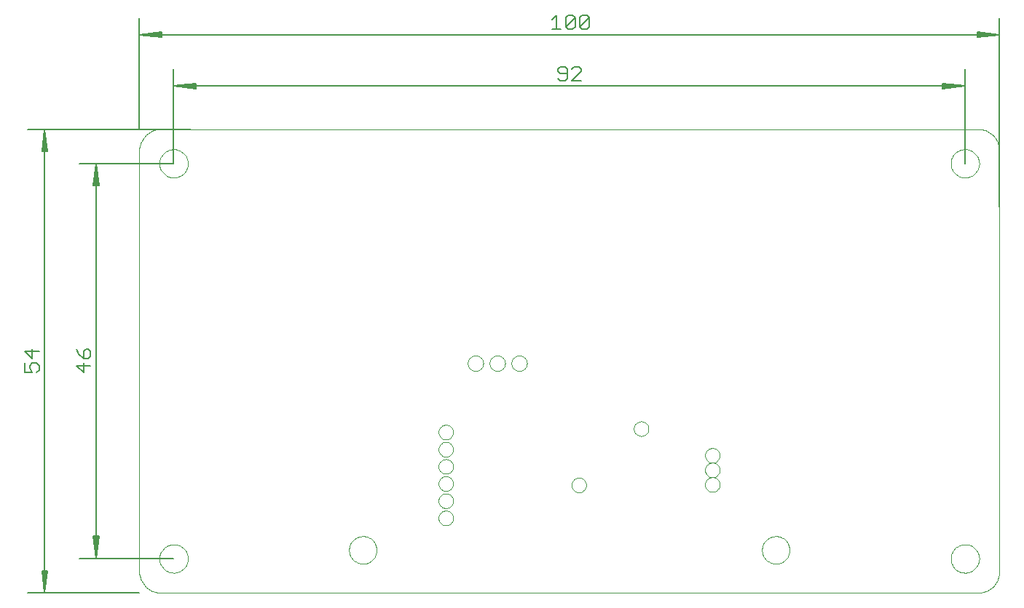
<source format=gtp>
G75*
%MOIN*%
%OFA0B0*%
%FSLAX24Y24*%
%IPPOS*%
%LPD*%
%AMOC8*
5,1,8,0,0,1.08239X$1,22.5*
%
%ADD10C,0.0000*%
%ADD11C,0.0051*%
%ADD12C,0.0060*%
D10*
X005590Y001519D02*
X005590Y020779D01*
X005592Y020839D01*
X005597Y020900D01*
X005606Y020959D01*
X005619Y021018D01*
X005635Y021077D01*
X005655Y021134D01*
X005678Y021189D01*
X005705Y021244D01*
X005734Y021296D01*
X005767Y021347D01*
X005803Y021396D01*
X005841Y021442D01*
X005883Y021486D01*
X005927Y021528D01*
X005973Y021566D01*
X006022Y021602D01*
X006073Y021635D01*
X006125Y021664D01*
X006180Y021691D01*
X006235Y021714D01*
X006292Y021734D01*
X006351Y021750D01*
X006410Y021763D01*
X006469Y021772D01*
X006530Y021777D01*
X006590Y021779D01*
X043960Y021779D01*
X044020Y021777D01*
X044081Y021772D01*
X044140Y021763D01*
X044199Y021750D01*
X044258Y021734D01*
X044315Y021714D01*
X044370Y021691D01*
X044425Y021664D01*
X044477Y021635D01*
X044528Y021602D01*
X044577Y021566D01*
X044623Y021528D01*
X044667Y021486D01*
X044709Y021442D01*
X044747Y021396D01*
X044783Y021347D01*
X044816Y021296D01*
X044845Y021244D01*
X044872Y021189D01*
X044895Y021134D01*
X044915Y021077D01*
X044931Y021018D01*
X044944Y020959D01*
X044953Y020900D01*
X044958Y020839D01*
X044960Y020779D01*
X044960Y001519D01*
X044958Y001459D01*
X044953Y001398D01*
X044944Y001339D01*
X044931Y001280D01*
X044915Y001221D01*
X044895Y001164D01*
X044872Y001109D01*
X044845Y001054D01*
X044816Y001002D01*
X044783Y000951D01*
X044747Y000902D01*
X044709Y000856D01*
X044667Y000812D01*
X044623Y000770D01*
X044577Y000732D01*
X044528Y000696D01*
X044477Y000663D01*
X044425Y000634D01*
X044370Y000607D01*
X044315Y000584D01*
X044258Y000564D01*
X044199Y000548D01*
X044140Y000535D01*
X044081Y000526D01*
X044020Y000521D01*
X043960Y000519D01*
X006590Y000519D01*
X006530Y000521D01*
X006469Y000526D01*
X006410Y000535D01*
X006351Y000548D01*
X006292Y000564D01*
X006235Y000584D01*
X006180Y000607D01*
X006125Y000634D01*
X006073Y000663D01*
X006022Y000696D01*
X005973Y000732D01*
X005927Y000770D01*
X005883Y000812D01*
X005841Y000856D01*
X005803Y000902D01*
X005767Y000951D01*
X005734Y001002D01*
X005705Y001054D01*
X005678Y001109D01*
X005655Y001164D01*
X005635Y001221D01*
X005619Y001280D01*
X005606Y001339D01*
X005597Y001398D01*
X005592Y001459D01*
X005590Y001519D01*
X006515Y002094D02*
X006517Y002144D01*
X006523Y002194D01*
X006533Y002244D01*
X006546Y002292D01*
X006563Y002340D01*
X006584Y002386D01*
X006608Y002430D01*
X006636Y002472D01*
X006667Y002512D01*
X006701Y002549D01*
X006738Y002584D01*
X006777Y002615D01*
X006818Y002644D01*
X006862Y002669D01*
X006908Y002691D01*
X006955Y002709D01*
X007003Y002723D01*
X007052Y002734D01*
X007102Y002741D01*
X007152Y002744D01*
X007203Y002743D01*
X007253Y002738D01*
X007303Y002729D01*
X007351Y002717D01*
X007399Y002700D01*
X007445Y002680D01*
X007490Y002657D01*
X007533Y002630D01*
X007573Y002600D01*
X007611Y002567D01*
X007646Y002531D01*
X007679Y002492D01*
X007708Y002451D01*
X007734Y002408D01*
X007757Y002363D01*
X007776Y002316D01*
X007791Y002268D01*
X007803Y002219D01*
X007811Y002169D01*
X007815Y002119D01*
X007815Y002069D01*
X007811Y002019D01*
X007803Y001969D01*
X007791Y001920D01*
X007776Y001872D01*
X007757Y001825D01*
X007734Y001780D01*
X007708Y001737D01*
X007679Y001696D01*
X007646Y001657D01*
X007611Y001621D01*
X007573Y001588D01*
X007533Y001558D01*
X007490Y001531D01*
X007445Y001508D01*
X007399Y001488D01*
X007351Y001471D01*
X007303Y001459D01*
X007253Y001450D01*
X007203Y001445D01*
X007152Y001444D01*
X007102Y001447D01*
X007052Y001454D01*
X007003Y001465D01*
X006955Y001479D01*
X006908Y001497D01*
X006862Y001519D01*
X006818Y001544D01*
X006777Y001573D01*
X006738Y001604D01*
X006701Y001639D01*
X006667Y001676D01*
X006636Y001716D01*
X006608Y001758D01*
X006584Y001802D01*
X006563Y001848D01*
X006546Y001896D01*
X006533Y001944D01*
X006523Y001994D01*
X006517Y002044D01*
X006515Y002094D01*
X015196Y002488D02*
X015198Y002538D01*
X015204Y002588D01*
X015214Y002637D01*
X015228Y002685D01*
X015245Y002732D01*
X015266Y002777D01*
X015291Y002821D01*
X015319Y002862D01*
X015351Y002901D01*
X015385Y002938D01*
X015422Y002972D01*
X015462Y003002D01*
X015504Y003029D01*
X015548Y003053D01*
X015594Y003074D01*
X015641Y003090D01*
X015689Y003103D01*
X015739Y003112D01*
X015788Y003117D01*
X015839Y003118D01*
X015889Y003115D01*
X015938Y003108D01*
X015987Y003097D01*
X016035Y003082D01*
X016081Y003064D01*
X016126Y003042D01*
X016169Y003016D01*
X016210Y002987D01*
X016249Y002955D01*
X016285Y002920D01*
X016317Y002882D01*
X016347Y002842D01*
X016374Y002799D01*
X016397Y002755D01*
X016416Y002709D01*
X016432Y002661D01*
X016444Y002612D01*
X016452Y002563D01*
X016456Y002513D01*
X016456Y002463D01*
X016452Y002413D01*
X016444Y002364D01*
X016432Y002315D01*
X016416Y002267D01*
X016397Y002221D01*
X016374Y002177D01*
X016347Y002134D01*
X016317Y002094D01*
X016285Y002056D01*
X016249Y002021D01*
X016210Y001989D01*
X016169Y001960D01*
X016126Y001934D01*
X016081Y001912D01*
X016035Y001894D01*
X015987Y001879D01*
X015938Y001868D01*
X015889Y001861D01*
X015839Y001858D01*
X015788Y001859D01*
X015739Y001864D01*
X015689Y001873D01*
X015641Y001886D01*
X015594Y001902D01*
X015548Y001923D01*
X015504Y001947D01*
X015462Y001974D01*
X015422Y002004D01*
X015385Y002038D01*
X015351Y002075D01*
X015319Y002114D01*
X015291Y002155D01*
X015266Y002199D01*
X015245Y002244D01*
X015228Y002291D01*
X015214Y002339D01*
X015204Y002388D01*
X015198Y002438D01*
X015196Y002488D01*
X019287Y003952D02*
X019289Y003988D01*
X019295Y004024D01*
X019305Y004059D01*
X019318Y004093D01*
X019335Y004125D01*
X019355Y004155D01*
X019379Y004182D01*
X019405Y004207D01*
X019434Y004229D01*
X019465Y004248D01*
X019498Y004263D01*
X019532Y004275D01*
X019568Y004283D01*
X019604Y004287D01*
X019640Y004287D01*
X019676Y004283D01*
X019712Y004275D01*
X019746Y004263D01*
X019779Y004248D01*
X019810Y004229D01*
X019839Y004207D01*
X019865Y004182D01*
X019889Y004155D01*
X019909Y004125D01*
X019926Y004093D01*
X019939Y004059D01*
X019949Y004024D01*
X019955Y003988D01*
X019957Y003952D01*
X019955Y003916D01*
X019949Y003880D01*
X019939Y003845D01*
X019926Y003811D01*
X019909Y003779D01*
X019889Y003749D01*
X019865Y003722D01*
X019839Y003697D01*
X019810Y003675D01*
X019779Y003656D01*
X019746Y003641D01*
X019712Y003629D01*
X019676Y003621D01*
X019640Y003617D01*
X019604Y003617D01*
X019568Y003621D01*
X019532Y003629D01*
X019498Y003641D01*
X019465Y003656D01*
X019434Y003675D01*
X019405Y003697D01*
X019379Y003722D01*
X019355Y003749D01*
X019335Y003779D01*
X019318Y003811D01*
X019305Y003845D01*
X019295Y003880D01*
X019289Y003916D01*
X019287Y003952D01*
X019287Y004740D02*
X019289Y004776D01*
X019295Y004812D01*
X019305Y004847D01*
X019318Y004881D01*
X019335Y004913D01*
X019355Y004943D01*
X019379Y004970D01*
X019405Y004995D01*
X019434Y005017D01*
X019465Y005036D01*
X019498Y005051D01*
X019532Y005063D01*
X019568Y005071D01*
X019604Y005075D01*
X019640Y005075D01*
X019676Y005071D01*
X019712Y005063D01*
X019746Y005051D01*
X019779Y005036D01*
X019810Y005017D01*
X019839Y004995D01*
X019865Y004970D01*
X019889Y004943D01*
X019909Y004913D01*
X019926Y004881D01*
X019939Y004847D01*
X019949Y004812D01*
X019955Y004776D01*
X019957Y004740D01*
X019955Y004704D01*
X019949Y004668D01*
X019939Y004633D01*
X019926Y004599D01*
X019909Y004567D01*
X019889Y004537D01*
X019865Y004510D01*
X019839Y004485D01*
X019810Y004463D01*
X019779Y004444D01*
X019746Y004429D01*
X019712Y004417D01*
X019676Y004409D01*
X019640Y004405D01*
X019604Y004405D01*
X019568Y004409D01*
X019532Y004417D01*
X019498Y004429D01*
X019465Y004444D01*
X019434Y004463D01*
X019405Y004485D01*
X019379Y004510D01*
X019355Y004537D01*
X019335Y004567D01*
X019318Y004599D01*
X019305Y004633D01*
X019295Y004668D01*
X019289Y004704D01*
X019287Y004740D01*
X019287Y005527D02*
X019289Y005563D01*
X019295Y005599D01*
X019305Y005634D01*
X019318Y005668D01*
X019335Y005700D01*
X019355Y005730D01*
X019379Y005757D01*
X019405Y005782D01*
X019434Y005804D01*
X019465Y005823D01*
X019498Y005838D01*
X019532Y005850D01*
X019568Y005858D01*
X019604Y005862D01*
X019640Y005862D01*
X019676Y005858D01*
X019712Y005850D01*
X019746Y005838D01*
X019779Y005823D01*
X019810Y005804D01*
X019839Y005782D01*
X019865Y005757D01*
X019889Y005730D01*
X019909Y005700D01*
X019926Y005668D01*
X019939Y005634D01*
X019949Y005599D01*
X019955Y005563D01*
X019957Y005527D01*
X019955Y005491D01*
X019949Y005455D01*
X019939Y005420D01*
X019926Y005386D01*
X019909Y005354D01*
X019889Y005324D01*
X019865Y005297D01*
X019839Y005272D01*
X019810Y005250D01*
X019779Y005231D01*
X019746Y005216D01*
X019712Y005204D01*
X019676Y005196D01*
X019640Y005192D01*
X019604Y005192D01*
X019568Y005196D01*
X019532Y005204D01*
X019498Y005216D01*
X019465Y005231D01*
X019434Y005250D01*
X019405Y005272D01*
X019379Y005297D01*
X019355Y005324D01*
X019335Y005354D01*
X019318Y005386D01*
X019305Y005420D01*
X019295Y005455D01*
X019289Y005491D01*
X019287Y005527D01*
X019287Y006315D02*
X019289Y006351D01*
X019295Y006387D01*
X019305Y006422D01*
X019318Y006456D01*
X019335Y006488D01*
X019355Y006518D01*
X019379Y006545D01*
X019405Y006570D01*
X019434Y006592D01*
X019465Y006611D01*
X019498Y006626D01*
X019532Y006638D01*
X019568Y006646D01*
X019604Y006650D01*
X019640Y006650D01*
X019676Y006646D01*
X019712Y006638D01*
X019746Y006626D01*
X019779Y006611D01*
X019810Y006592D01*
X019839Y006570D01*
X019865Y006545D01*
X019889Y006518D01*
X019909Y006488D01*
X019926Y006456D01*
X019939Y006422D01*
X019949Y006387D01*
X019955Y006351D01*
X019957Y006315D01*
X019955Y006279D01*
X019949Y006243D01*
X019939Y006208D01*
X019926Y006174D01*
X019909Y006142D01*
X019889Y006112D01*
X019865Y006085D01*
X019839Y006060D01*
X019810Y006038D01*
X019779Y006019D01*
X019746Y006004D01*
X019712Y005992D01*
X019676Y005984D01*
X019640Y005980D01*
X019604Y005980D01*
X019568Y005984D01*
X019532Y005992D01*
X019498Y006004D01*
X019465Y006019D01*
X019434Y006038D01*
X019405Y006060D01*
X019379Y006085D01*
X019355Y006112D01*
X019335Y006142D01*
X019318Y006174D01*
X019305Y006208D01*
X019295Y006243D01*
X019289Y006279D01*
X019287Y006315D01*
X019287Y007102D02*
X019289Y007138D01*
X019295Y007174D01*
X019305Y007209D01*
X019318Y007243D01*
X019335Y007275D01*
X019355Y007305D01*
X019379Y007332D01*
X019405Y007357D01*
X019434Y007379D01*
X019465Y007398D01*
X019498Y007413D01*
X019532Y007425D01*
X019568Y007433D01*
X019604Y007437D01*
X019640Y007437D01*
X019676Y007433D01*
X019712Y007425D01*
X019746Y007413D01*
X019779Y007398D01*
X019810Y007379D01*
X019839Y007357D01*
X019865Y007332D01*
X019889Y007305D01*
X019909Y007275D01*
X019926Y007243D01*
X019939Y007209D01*
X019949Y007174D01*
X019955Y007138D01*
X019957Y007102D01*
X019955Y007066D01*
X019949Y007030D01*
X019939Y006995D01*
X019926Y006961D01*
X019909Y006929D01*
X019889Y006899D01*
X019865Y006872D01*
X019839Y006847D01*
X019810Y006825D01*
X019779Y006806D01*
X019746Y006791D01*
X019712Y006779D01*
X019676Y006771D01*
X019640Y006767D01*
X019604Y006767D01*
X019568Y006771D01*
X019532Y006779D01*
X019498Y006791D01*
X019465Y006806D01*
X019434Y006825D01*
X019405Y006847D01*
X019379Y006872D01*
X019355Y006899D01*
X019335Y006929D01*
X019318Y006961D01*
X019305Y006995D01*
X019295Y007030D01*
X019289Y007066D01*
X019287Y007102D01*
X019287Y007889D02*
X019289Y007925D01*
X019295Y007961D01*
X019305Y007996D01*
X019318Y008030D01*
X019335Y008062D01*
X019355Y008092D01*
X019379Y008119D01*
X019405Y008144D01*
X019434Y008166D01*
X019465Y008185D01*
X019498Y008200D01*
X019532Y008212D01*
X019568Y008220D01*
X019604Y008224D01*
X019640Y008224D01*
X019676Y008220D01*
X019712Y008212D01*
X019746Y008200D01*
X019779Y008185D01*
X019810Y008166D01*
X019839Y008144D01*
X019865Y008119D01*
X019889Y008092D01*
X019909Y008062D01*
X019926Y008030D01*
X019939Y007996D01*
X019949Y007961D01*
X019955Y007925D01*
X019957Y007889D01*
X019955Y007853D01*
X019949Y007817D01*
X019939Y007782D01*
X019926Y007748D01*
X019909Y007716D01*
X019889Y007686D01*
X019865Y007659D01*
X019839Y007634D01*
X019810Y007612D01*
X019779Y007593D01*
X019746Y007578D01*
X019712Y007566D01*
X019676Y007558D01*
X019640Y007554D01*
X019604Y007554D01*
X019568Y007558D01*
X019532Y007566D01*
X019498Y007578D01*
X019465Y007593D01*
X019434Y007612D01*
X019405Y007634D01*
X019379Y007659D01*
X019355Y007686D01*
X019335Y007716D01*
X019318Y007748D01*
X019305Y007782D01*
X019295Y007817D01*
X019289Y007853D01*
X019287Y007889D01*
X020626Y011047D02*
X020628Y011084D01*
X020634Y011121D01*
X020643Y011156D01*
X020657Y011191D01*
X020673Y011224D01*
X020694Y011255D01*
X020717Y011284D01*
X020743Y011310D01*
X020772Y011333D01*
X020803Y011354D01*
X020836Y011370D01*
X020871Y011384D01*
X020906Y011393D01*
X020943Y011399D01*
X020980Y011401D01*
X021017Y011399D01*
X021054Y011393D01*
X021089Y011384D01*
X021124Y011370D01*
X021157Y011354D01*
X021188Y011333D01*
X021217Y011310D01*
X021243Y011284D01*
X021266Y011255D01*
X021287Y011224D01*
X021303Y011191D01*
X021317Y011156D01*
X021326Y011121D01*
X021332Y011084D01*
X021334Y011047D01*
X021332Y011010D01*
X021326Y010973D01*
X021317Y010938D01*
X021303Y010903D01*
X021287Y010870D01*
X021266Y010839D01*
X021243Y010810D01*
X021217Y010784D01*
X021188Y010761D01*
X021157Y010740D01*
X021124Y010724D01*
X021089Y010710D01*
X021054Y010701D01*
X021017Y010695D01*
X020980Y010693D01*
X020943Y010695D01*
X020906Y010701D01*
X020871Y010710D01*
X020836Y010724D01*
X020803Y010740D01*
X020772Y010761D01*
X020743Y010784D01*
X020717Y010810D01*
X020694Y010839D01*
X020673Y010870D01*
X020657Y010903D01*
X020643Y010938D01*
X020634Y010973D01*
X020628Y011010D01*
X020626Y011047D01*
X021626Y011047D02*
X021628Y011084D01*
X021634Y011121D01*
X021643Y011156D01*
X021657Y011191D01*
X021673Y011224D01*
X021694Y011255D01*
X021717Y011284D01*
X021743Y011310D01*
X021772Y011333D01*
X021803Y011354D01*
X021836Y011370D01*
X021871Y011384D01*
X021906Y011393D01*
X021943Y011399D01*
X021980Y011401D01*
X022017Y011399D01*
X022054Y011393D01*
X022089Y011384D01*
X022124Y011370D01*
X022157Y011354D01*
X022188Y011333D01*
X022217Y011310D01*
X022243Y011284D01*
X022266Y011255D01*
X022287Y011224D01*
X022303Y011191D01*
X022317Y011156D01*
X022326Y011121D01*
X022332Y011084D01*
X022334Y011047D01*
X022332Y011010D01*
X022326Y010973D01*
X022317Y010938D01*
X022303Y010903D01*
X022287Y010870D01*
X022266Y010839D01*
X022243Y010810D01*
X022217Y010784D01*
X022188Y010761D01*
X022157Y010740D01*
X022124Y010724D01*
X022089Y010710D01*
X022054Y010701D01*
X022017Y010695D01*
X021980Y010693D01*
X021943Y010695D01*
X021906Y010701D01*
X021871Y010710D01*
X021836Y010724D01*
X021803Y010740D01*
X021772Y010761D01*
X021743Y010784D01*
X021717Y010810D01*
X021694Y010839D01*
X021673Y010870D01*
X021657Y010903D01*
X021643Y010938D01*
X021634Y010973D01*
X021628Y011010D01*
X021626Y011047D01*
X022626Y011047D02*
X022628Y011084D01*
X022634Y011121D01*
X022643Y011156D01*
X022657Y011191D01*
X022673Y011224D01*
X022694Y011255D01*
X022717Y011284D01*
X022743Y011310D01*
X022772Y011333D01*
X022803Y011354D01*
X022836Y011370D01*
X022871Y011384D01*
X022906Y011393D01*
X022943Y011399D01*
X022980Y011401D01*
X023017Y011399D01*
X023054Y011393D01*
X023089Y011384D01*
X023124Y011370D01*
X023157Y011354D01*
X023188Y011333D01*
X023217Y011310D01*
X023243Y011284D01*
X023266Y011255D01*
X023287Y011224D01*
X023303Y011191D01*
X023317Y011156D01*
X023326Y011121D01*
X023332Y011084D01*
X023334Y011047D01*
X023332Y011010D01*
X023326Y010973D01*
X023317Y010938D01*
X023303Y010903D01*
X023287Y010870D01*
X023266Y010839D01*
X023243Y010810D01*
X023217Y010784D01*
X023188Y010761D01*
X023157Y010740D01*
X023124Y010724D01*
X023089Y010710D01*
X023054Y010701D01*
X023017Y010695D01*
X022980Y010693D01*
X022943Y010695D01*
X022906Y010701D01*
X022871Y010710D01*
X022836Y010724D01*
X022803Y010740D01*
X022772Y010761D01*
X022743Y010784D01*
X022717Y010810D01*
X022694Y010839D01*
X022673Y010870D01*
X022657Y010903D01*
X022643Y010938D01*
X022634Y010973D01*
X022628Y011010D01*
X022626Y011047D01*
X028228Y008047D02*
X028230Y008083D01*
X028236Y008119D01*
X028246Y008154D01*
X028259Y008188D01*
X028276Y008220D01*
X028296Y008250D01*
X028320Y008277D01*
X028346Y008302D01*
X028375Y008324D01*
X028406Y008343D01*
X028439Y008358D01*
X028473Y008370D01*
X028509Y008378D01*
X028545Y008382D01*
X028581Y008382D01*
X028617Y008378D01*
X028653Y008370D01*
X028687Y008358D01*
X028720Y008343D01*
X028751Y008324D01*
X028780Y008302D01*
X028806Y008277D01*
X028830Y008250D01*
X028850Y008220D01*
X028867Y008188D01*
X028880Y008154D01*
X028890Y008119D01*
X028896Y008083D01*
X028898Y008047D01*
X028896Y008011D01*
X028890Y007975D01*
X028880Y007940D01*
X028867Y007906D01*
X028850Y007874D01*
X028830Y007844D01*
X028806Y007817D01*
X028780Y007792D01*
X028751Y007770D01*
X028720Y007751D01*
X028687Y007736D01*
X028653Y007724D01*
X028617Y007716D01*
X028581Y007712D01*
X028545Y007712D01*
X028509Y007716D01*
X028473Y007724D01*
X028439Y007736D01*
X028406Y007751D01*
X028375Y007770D01*
X028346Y007792D01*
X028320Y007817D01*
X028296Y007844D01*
X028276Y007874D01*
X028259Y007906D01*
X028246Y007940D01*
X028236Y007975D01*
X028230Y008011D01*
X028228Y008047D01*
X031488Y006822D02*
X031490Y006858D01*
X031496Y006894D01*
X031506Y006929D01*
X031519Y006963D01*
X031536Y006995D01*
X031556Y007025D01*
X031580Y007052D01*
X031606Y007077D01*
X031635Y007099D01*
X031666Y007118D01*
X031699Y007133D01*
X031733Y007145D01*
X031769Y007153D01*
X031805Y007157D01*
X031841Y007157D01*
X031877Y007153D01*
X031913Y007145D01*
X031947Y007133D01*
X031980Y007118D01*
X032011Y007099D01*
X032040Y007077D01*
X032066Y007052D01*
X032090Y007025D01*
X032110Y006995D01*
X032127Y006963D01*
X032140Y006929D01*
X032150Y006894D01*
X032156Y006858D01*
X032158Y006822D01*
X032156Y006786D01*
X032150Y006750D01*
X032140Y006715D01*
X032127Y006681D01*
X032110Y006649D01*
X032090Y006619D01*
X032066Y006592D01*
X032040Y006567D01*
X032011Y006545D01*
X031980Y006526D01*
X031947Y006511D01*
X031913Y006499D01*
X031877Y006491D01*
X031841Y006487D01*
X031805Y006487D01*
X031769Y006491D01*
X031733Y006499D01*
X031699Y006511D01*
X031666Y006526D01*
X031635Y006545D01*
X031606Y006567D01*
X031580Y006592D01*
X031556Y006619D01*
X031536Y006649D01*
X031519Y006681D01*
X031506Y006715D01*
X031496Y006750D01*
X031490Y006786D01*
X031488Y006822D01*
X031488Y006153D02*
X031490Y006189D01*
X031496Y006225D01*
X031506Y006260D01*
X031519Y006294D01*
X031536Y006326D01*
X031556Y006356D01*
X031580Y006383D01*
X031606Y006408D01*
X031635Y006430D01*
X031666Y006449D01*
X031699Y006464D01*
X031733Y006476D01*
X031769Y006484D01*
X031805Y006488D01*
X031841Y006488D01*
X031877Y006484D01*
X031913Y006476D01*
X031947Y006464D01*
X031980Y006449D01*
X032011Y006430D01*
X032040Y006408D01*
X032066Y006383D01*
X032090Y006356D01*
X032110Y006326D01*
X032127Y006294D01*
X032140Y006260D01*
X032150Y006225D01*
X032156Y006189D01*
X032158Y006153D01*
X032156Y006117D01*
X032150Y006081D01*
X032140Y006046D01*
X032127Y006012D01*
X032110Y005980D01*
X032090Y005950D01*
X032066Y005923D01*
X032040Y005898D01*
X032011Y005876D01*
X031980Y005857D01*
X031947Y005842D01*
X031913Y005830D01*
X031877Y005822D01*
X031841Y005818D01*
X031805Y005818D01*
X031769Y005822D01*
X031733Y005830D01*
X031699Y005842D01*
X031666Y005857D01*
X031635Y005876D01*
X031606Y005898D01*
X031580Y005923D01*
X031556Y005950D01*
X031536Y005980D01*
X031519Y006012D01*
X031506Y006046D01*
X031496Y006081D01*
X031490Y006117D01*
X031488Y006153D01*
X031488Y005484D02*
X031490Y005520D01*
X031496Y005556D01*
X031506Y005591D01*
X031519Y005625D01*
X031536Y005657D01*
X031556Y005687D01*
X031580Y005714D01*
X031606Y005739D01*
X031635Y005761D01*
X031666Y005780D01*
X031699Y005795D01*
X031733Y005807D01*
X031769Y005815D01*
X031805Y005819D01*
X031841Y005819D01*
X031877Y005815D01*
X031913Y005807D01*
X031947Y005795D01*
X031980Y005780D01*
X032011Y005761D01*
X032040Y005739D01*
X032066Y005714D01*
X032090Y005687D01*
X032110Y005657D01*
X032127Y005625D01*
X032140Y005591D01*
X032150Y005556D01*
X032156Y005520D01*
X032158Y005484D01*
X032156Y005448D01*
X032150Y005412D01*
X032140Y005377D01*
X032127Y005343D01*
X032110Y005311D01*
X032090Y005281D01*
X032066Y005254D01*
X032040Y005229D01*
X032011Y005207D01*
X031980Y005188D01*
X031947Y005173D01*
X031913Y005161D01*
X031877Y005153D01*
X031841Y005149D01*
X031805Y005149D01*
X031769Y005153D01*
X031733Y005161D01*
X031699Y005173D01*
X031666Y005188D01*
X031635Y005207D01*
X031606Y005229D01*
X031580Y005254D01*
X031556Y005281D01*
X031536Y005311D01*
X031519Y005343D01*
X031506Y005377D01*
X031496Y005412D01*
X031490Y005448D01*
X031488Y005484D01*
X034094Y002488D02*
X034096Y002538D01*
X034102Y002588D01*
X034112Y002637D01*
X034126Y002685D01*
X034143Y002732D01*
X034164Y002777D01*
X034189Y002821D01*
X034217Y002862D01*
X034249Y002901D01*
X034283Y002938D01*
X034320Y002972D01*
X034360Y003002D01*
X034402Y003029D01*
X034446Y003053D01*
X034492Y003074D01*
X034539Y003090D01*
X034587Y003103D01*
X034637Y003112D01*
X034686Y003117D01*
X034737Y003118D01*
X034787Y003115D01*
X034836Y003108D01*
X034885Y003097D01*
X034933Y003082D01*
X034979Y003064D01*
X035024Y003042D01*
X035067Y003016D01*
X035108Y002987D01*
X035147Y002955D01*
X035183Y002920D01*
X035215Y002882D01*
X035245Y002842D01*
X035272Y002799D01*
X035295Y002755D01*
X035314Y002709D01*
X035330Y002661D01*
X035342Y002612D01*
X035350Y002563D01*
X035354Y002513D01*
X035354Y002463D01*
X035350Y002413D01*
X035342Y002364D01*
X035330Y002315D01*
X035314Y002267D01*
X035295Y002221D01*
X035272Y002177D01*
X035245Y002134D01*
X035215Y002094D01*
X035183Y002056D01*
X035147Y002021D01*
X035108Y001989D01*
X035067Y001960D01*
X035024Y001934D01*
X034979Y001912D01*
X034933Y001894D01*
X034885Y001879D01*
X034836Y001868D01*
X034787Y001861D01*
X034737Y001858D01*
X034686Y001859D01*
X034637Y001864D01*
X034587Y001873D01*
X034539Y001886D01*
X034492Y001902D01*
X034446Y001923D01*
X034402Y001947D01*
X034360Y001974D01*
X034320Y002004D01*
X034283Y002038D01*
X034249Y002075D01*
X034217Y002114D01*
X034189Y002155D01*
X034164Y002199D01*
X034143Y002244D01*
X034126Y002291D01*
X034112Y002339D01*
X034102Y002388D01*
X034096Y002438D01*
X034094Y002488D01*
X025377Y005468D02*
X025379Y005504D01*
X025385Y005540D01*
X025395Y005575D01*
X025408Y005609D01*
X025425Y005641D01*
X025445Y005671D01*
X025469Y005698D01*
X025495Y005723D01*
X025524Y005745D01*
X025555Y005764D01*
X025588Y005779D01*
X025622Y005791D01*
X025658Y005799D01*
X025694Y005803D01*
X025730Y005803D01*
X025766Y005799D01*
X025802Y005791D01*
X025836Y005779D01*
X025869Y005764D01*
X025900Y005745D01*
X025929Y005723D01*
X025955Y005698D01*
X025979Y005671D01*
X025999Y005641D01*
X026016Y005609D01*
X026029Y005575D01*
X026039Y005540D01*
X026045Y005504D01*
X026047Y005468D01*
X026045Y005432D01*
X026039Y005396D01*
X026029Y005361D01*
X026016Y005327D01*
X025999Y005295D01*
X025979Y005265D01*
X025955Y005238D01*
X025929Y005213D01*
X025900Y005191D01*
X025869Y005172D01*
X025836Y005157D01*
X025802Y005145D01*
X025766Y005137D01*
X025730Y005133D01*
X025694Y005133D01*
X025658Y005137D01*
X025622Y005145D01*
X025588Y005157D01*
X025555Y005172D01*
X025524Y005191D01*
X025495Y005213D01*
X025469Y005238D01*
X025445Y005265D01*
X025425Y005295D01*
X025408Y005327D01*
X025395Y005361D01*
X025385Y005396D01*
X025379Y005432D01*
X025377Y005468D01*
X042735Y002094D02*
X042737Y002144D01*
X042743Y002194D01*
X042753Y002244D01*
X042766Y002292D01*
X042783Y002340D01*
X042804Y002386D01*
X042828Y002430D01*
X042856Y002472D01*
X042887Y002512D01*
X042921Y002549D01*
X042958Y002584D01*
X042997Y002615D01*
X043038Y002644D01*
X043082Y002669D01*
X043128Y002691D01*
X043175Y002709D01*
X043223Y002723D01*
X043272Y002734D01*
X043322Y002741D01*
X043372Y002744D01*
X043423Y002743D01*
X043473Y002738D01*
X043523Y002729D01*
X043571Y002717D01*
X043619Y002700D01*
X043665Y002680D01*
X043710Y002657D01*
X043753Y002630D01*
X043793Y002600D01*
X043831Y002567D01*
X043866Y002531D01*
X043899Y002492D01*
X043928Y002451D01*
X043954Y002408D01*
X043977Y002363D01*
X043996Y002316D01*
X044011Y002268D01*
X044023Y002219D01*
X044031Y002169D01*
X044035Y002119D01*
X044035Y002069D01*
X044031Y002019D01*
X044023Y001969D01*
X044011Y001920D01*
X043996Y001872D01*
X043977Y001825D01*
X043954Y001780D01*
X043928Y001737D01*
X043899Y001696D01*
X043866Y001657D01*
X043831Y001621D01*
X043793Y001588D01*
X043753Y001558D01*
X043710Y001531D01*
X043665Y001508D01*
X043619Y001488D01*
X043571Y001471D01*
X043523Y001459D01*
X043473Y001450D01*
X043423Y001445D01*
X043372Y001444D01*
X043322Y001447D01*
X043272Y001454D01*
X043223Y001465D01*
X043175Y001479D01*
X043128Y001497D01*
X043082Y001519D01*
X043038Y001544D01*
X042997Y001573D01*
X042958Y001604D01*
X042921Y001639D01*
X042887Y001676D01*
X042856Y001716D01*
X042828Y001758D01*
X042804Y001802D01*
X042783Y001848D01*
X042766Y001896D01*
X042753Y001944D01*
X042743Y001994D01*
X042737Y002044D01*
X042735Y002094D01*
X042735Y020204D02*
X042737Y020254D01*
X042743Y020304D01*
X042753Y020354D01*
X042766Y020402D01*
X042783Y020450D01*
X042804Y020496D01*
X042828Y020540D01*
X042856Y020582D01*
X042887Y020622D01*
X042921Y020659D01*
X042958Y020694D01*
X042997Y020725D01*
X043038Y020754D01*
X043082Y020779D01*
X043128Y020801D01*
X043175Y020819D01*
X043223Y020833D01*
X043272Y020844D01*
X043322Y020851D01*
X043372Y020854D01*
X043423Y020853D01*
X043473Y020848D01*
X043523Y020839D01*
X043571Y020827D01*
X043619Y020810D01*
X043665Y020790D01*
X043710Y020767D01*
X043753Y020740D01*
X043793Y020710D01*
X043831Y020677D01*
X043866Y020641D01*
X043899Y020602D01*
X043928Y020561D01*
X043954Y020518D01*
X043977Y020473D01*
X043996Y020426D01*
X044011Y020378D01*
X044023Y020329D01*
X044031Y020279D01*
X044035Y020229D01*
X044035Y020179D01*
X044031Y020129D01*
X044023Y020079D01*
X044011Y020030D01*
X043996Y019982D01*
X043977Y019935D01*
X043954Y019890D01*
X043928Y019847D01*
X043899Y019806D01*
X043866Y019767D01*
X043831Y019731D01*
X043793Y019698D01*
X043753Y019668D01*
X043710Y019641D01*
X043665Y019618D01*
X043619Y019598D01*
X043571Y019581D01*
X043523Y019569D01*
X043473Y019560D01*
X043423Y019555D01*
X043372Y019554D01*
X043322Y019557D01*
X043272Y019564D01*
X043223Y019575D01*
X043175Y019589D01*
X043128Y019607D01*
X043082Y019629D01*
X043038Y019654D01*
X042997Y019683D01*
X042958Y019714D01*
X042921Y019749D01*
X042887Y019786D01*
X042856Y019826D01*
X042828Y019868D01*
X042804Y019912D01*
X042783Y019958D01*
X042766Y020006D01*
X042753Y020054D01*
X042743Y020104D01*
X042737Y020154D01*
X042735Y020204D01*
X006515Y020204D02*
X006517Y020254D01*
X006523Y020304D01*
X006533Y020354D01*
X006546Y020402D01*
X006563Y020450D01*
X006584Y020496D01*
X006608Y020540D01*
X006636Y020582D01*
X006667Y020622D01*
X006701Y020659D01*
X006738Y020694D01*
X006777Y020725D01*
X006818Y020754D01*
X006862Y020779D01*
X006908Y020801D01*
X006955Y020819D01*
X007003Y020833D01*
X007052Y020844D01*
X007102Y020851D01*
X007152Y020854D01*
X007203Y020853D01*
X007253Y020848D01*
X007303Y020839D01*
X007351Y020827D01*
X007399Y020810D01*
X007445Y020790D01*
X007490Y020767D01*
X007533Y020740D01*
X007573Y020710D01*
X007611Y020677D01*
X007646Y020641D01*
X007679Y020602D01*
X007708Y020561D01*
X007734Y020518D01*
X007757Y020473D01*
X007776Y020426D01*
X007791Y020378D01*
X007803Y020329D01*
X007811Y020279D01*
X007815Y020229D01*
X007815Y020179D01*
X007811Y020129D01*
X007803Y020079D01*
X007791Y020030D01*
X007776Y019982D01*
X007757Y019935D01*
X007734Y019890D01*
X007708Y019847D01*
X007679Y019806D01*
X007646Y019767D01*
X007611Y019731D01*
X007573Y019698D01*
X007533Y019668D01*
X007490Y019641D01*
X007445Y019618D01*
X007399Y019598D01*
X007351Y019581D01*
X007303Y019569D01*
X007253Y019560D01*
X007203Y019555D01*
X007152Y019554D01*
X007102Y019557D01*
X007052Y019564D01*
X007003Y019575D01*
X006955Y019589D01*
X006908Y019607D01*
X006862Y019629D01*
X006818Y019654D01*
X006777Y019683D01*
X006738Y019714D01*
X006701Y019749D01*
X006667Y019786D01*
X006636Y019826D01*
X006608Y019868D01*
X006584Y019912D01*
X006563Y019958D01*
X006546Y020006D01*
X006533Y020054D01*
X006523Y020104D01*
X006517Y020154D01*
X006515Y020204D01*
D11*
X005590Y000519D02*
X000492Y000519D01*
X001260Y000519D02*
X001362Y001543D01*
X001385Y001543D02*
X001260Y000519D01*
X001157Y001543D01*
X001134Y001543D02*
X001385Y001543D01*
X001311Y001543D02*
X001260Y000519D01*
X001208Y001543D01*
X001134Y001543D02*
X001260Y000519D01*
X001260Y021779D01*
X001362Y020756D01*
X001385Y020756D02*
X001260Y021779D01*
X001157Y020756D01*
X001134Y020756D02*
X001385Y020756D01*
X001311Y020756D02*
X001260Y021779D01*
X001208Y020756D01*
X001134Y020756D02*
X001260Y021779D01*
X000492Y021779D02*
X007952Y021779D01*
X005590Y021779D02*
X005590Y026878D01*
X005590Y026110D02*
X006614Y026007D01*
X006614Y025984D02*
X006614Y026236D01*
X005590Y026110D01*
X006614Y026212D01*
X006614Y026161D02*
X005590Y026110D01*
X006614Y026059D01*
X006614Y025984D02*
X005590Y026110D01*
X044960Y026110D01*
X043937Y026007D01*
X043937Y025984D02*
X043937Y026236D01*
X044960Y026110D01*
X043937Y026212D01*
X043937Y026161D02*
X044960Y026110D01*
X043937Y026059D01*
X043937Y025984D02*
X044960Y026110D01*
X044960Y026878D02*
X044960Y018236D01*
X043385Y020204D02*
X043385Y024515D01*
X043385Y023748D02*
X042362Y023645D01*
X042362Y023622D02*
X043385Y023748D01*
X042362Y023850D01*
X042362Y023873D02*
X042362Y023622D01*
X042362Y023696D02*
X043385Y023748D01*
X042362Y023799D01*
X042362Y023873D02*
X043385Y023748D01*
X007165Y023748D01*
X008189Y023645D01*
X008189Y023622D02*
X007165Y023748D01*
X008189Y023850D01*
X008189Y023873D02*
X008189Y023622D01*
X008189Y023696D02*
X007165Y023748D01*
X008189Y023799D01*
X008189Y023873D02*
X007165Y023748D01*
X007165Y024515D02*
X007165Y020204D01*
X002854Y020204D01*
X003622Y020204D02*
X003724Y019181D01*
X003747Y019181D02*
X003622Y020204D01*
X003519Y019181D01*
X003496Y019181D02*
X003747Y019181D01*
X003673Y019181D02*
X003622Y020204D01*
X003571Y019181D01*
X003496Y019181D02*
X003622Y020204D01*
X003622Y002094D01*
X003724Y003118D01*
X003747Y003118D02*
X003622Y002094D01*
X003519Y003118D01*
X003496Y003118D02*
X003747Y003118D01*
X003673Y003118D02*
X003622Y002094D01*
X003571Y003118D01*
X003496Y003118D02*
X003622Y002094D01*
X002854Y002094D02*
X007165Y002094D01*
D12*
X003045Y010620D02*
X003045Y011047D01*
X003045Y011265D02*
X003045Y011585D01*
X003152Y011692D01*
X003259Y011692D01*
X003366Y011585D01*
X003366Y011372D01*
X003259Y011265D01*
X003045Y011265D01*
X002832Y011479D01*
X002725Y011692D01*
X002725Y010941D02*
X003045Y010620D01*
X003366Y010941D02*
X002725Y010941D01*
X001003Y010941D02*
X001003Y010727D01*
X000897Y010620D01*
X000683Y010620D02*
X000576Y010834D01*
X000576Y010941D01*
X000683Y011047D01*
X000897Y011047D01*
X001003Y010941D01*
X000683Y010620D02*
X000363Y010620D01*
X000363Y011047D01*
X000683Y011265D02*
X000683Y011692D01*
X000363Y011585D02*
X000683Y011265D01*
X001003Y011585D02*
X000363Y011585D01*
X024747Y024111D02*
X024853Y024004D01*
X025067Y024004D01*
X025174Y024111D01*
X025174Y024538D01*
X025067Y024644D01*
X024853Y024644D01*
X024747Y024538D01*
X024747Y024431D01*
X024853Y024324D01*
X025174Y024324D01*
X025391Y024538D02*
X025498Y024644D01*
X025711Y024644D01*
X025818Y024538D01*
X025818Y024431D01*
X025391Y024004D01*
X025818Y024004D01*
X025863Y026366D02*
X025756Y026473D01*
X026183Y026900D01*
X026183Y026473D01*
X026077Y026366D01*
X025863Y026366D01*
X025756Y026473D02*
X025756Y026900D01*
X025863Y027007D01*
X026077Y027007D01*
X026183Y026900D01*
X025539Y026900D02*
X025539Y026473D01*
X025432Y026366D01*
X025218Y026366D01*
X025112Y026473D01*
X025539Y026900D01*
X025432Y027007D01*
X025218Y027007D01*
X025112Y026900D01*
X025112Y026473D01*
X024894Y026366D02*
X024467Y026366D01*
X024681Y026366D02*
X024681Y027007D01*
X024467Y026793D01*
M02*

</source>
